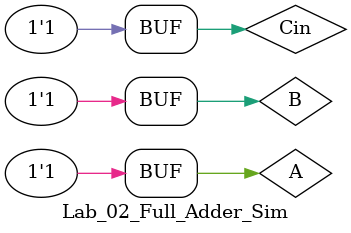
<source format=sv>
`timescale 1ns / 1ps


module Lab_02_Full_Adder_Sim(
    );
    
    logic A, B, Cin;
    logic Sum;
    logic Cout;
    
    Lab_02_Full_Adder Lab_02_Full_Adder_inst (  .A(A), .B(B), .Cin(Cin), .Sum(Sum), .Cout(Cout)  );
    
    initial
        begin
                for(int i = 0; i < 8; i++)begin
                    A= i[2:2]; B = i[1:1]; Cin = i[0:0]; #10;    
                end

        
    end
endmodule

</source>
